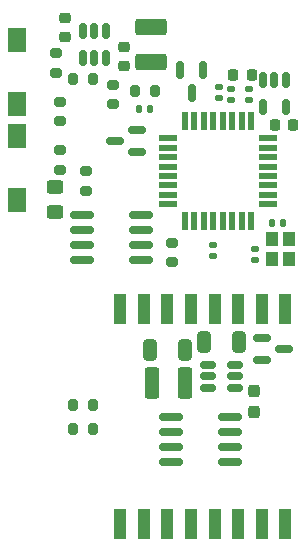
<source format=gtp>
G04 #@! TF.GenerationSoftware,KiCad,Pcbnew,7.0.10-7.0.10~ubuntu20.04.1*
G04 #@! TF.CreationDate,2024-06-08T11:46:56+02:00*
G04 #@! TF.ProjectId,MySMotherboard,4d79534d-6f74-4686-9572-626f6172642e,1.4*
G04 #@! TF.SameCoordinates,Original*
G04 #@! TF.FileFunction,Paste,Top*
G04 #@! TF.FilePolarity,Positive*
%FSLAX46Y46*%
G04 Gerber Fmt 4.6, Leading zero omitted, Abs format (unit mm)*
G04 Created by KiCad (PCBNEW 7.0.10-7.0.10~ubuntu20.04.1) date 2024-06-08 11:46:56*
%MOMM*%
%LPD*%
G01*
G04 APERTURE LIST*
G04 Aperture macros list*
%AMRoundRect*
0 Rectangle with rounded corners*
0 $1 Rounding radius*
0 $2 $3 $4 $5 $6 $7 $8 $9 X,Y pos of 4 corners*
0 Add a 4 corners polygon primitive as box body*
4,1,4,$2,$3,$4,$5,$6,$7,$8,$9,$2,$3,0*
0 Add four circle primitives for the rounded corners*
1,1,$1+$1,$2,$3*
1,1,$1+$1,$4,$5*
1,1,$1+$1,$6,$7*
1,1,$1+$1,$8,$9*
0 Add four rect primitives between the rounded corners*
20,1,$1+$1,$2,$3,$4,$5,0*
20,1,$1+$1,$4,$5,$6,$7,0*
20,1,$1+$1,$6,$7,$8,$9,0*
20,1,$1+$1,$8,$9,$2,$3,0*%
G04 Aperture macros list end*
%ADD10RoundRect,0.140000X0.170000X-0.140000X0.170000X0.140000X-0.170000X0.140000X-0.170000X-0.140000X0*%
%ADD11R,0.550000X1.600000*%
%ADD12R,1.600000X0.550000*%
%ADD13RoundRect,0.150000X0.587500X0.150000X-0.587500X0.150000X-0.587500X-0.150000X0.587500X-0.150000X0*%
%ADD14RoundRect,0.140000X0.140000X0.170000X-0.140000X0.170000X-0.140000X-0.170000X0.140000X-0.170000X0*%
%ADD15RoundRect,0.150000X-0.150000X0.512500X-0.150000X-0.512500X0.150000X-0.512500X0.150000X0.512500X0*%
%ADD16RoundRect,0.200000X0.200000X0.275000X-0.200000X0.275000X-0.200000X-0.275000X0.200000X-0.275000X0*%
%ADD17RoundRect,0.250000X0.325000X0.650000X-0.325000X0.650000X-0.325000X-0.650000X0.325000X-0.650000X0*%
%ADD18RoundRect,0.200000X-0.200000X-0.275000X0.200000X-0.275000X0.200000X0.275000X-0.200000X0.275000X0*%
%ADD19RoundRect,0.250000X0.375000X1.075000X-0.375000X1.075000X-0.375000X-1.075000X0.375000X-1.075000X0*%
%ADD20RoundRect,0.200000X-0.275000X0.200000X-0.275000X-0.200000X0.275000X-0.200000X0.275000X0.200000X0*%
%ADD21RoundRect,0.250001X1.074999X-0.462499X1.074999X0.462499X-1.074999X0.462499X-1.074999X-0.462499X0*%
%ADD22RoundRect,0.250000X-0.450000X0.325000X-0.450000X-0.325000X0.450000X-0.325000X0.450000X0.325000X0*%
%ADD23RoundRect,0.200000X0.275000X-0.200000X0.275000X0.200000X-0.275000X0.200000X-0.275000X-0.200000X0*%
%ADD24RoundRect,0.140000X-0.170000X0.140000X-0.170000X-0.140000X0.170000X-0.140000X0.170000X0.140000X0*%
%ADD25RoundRect,0.225000X-0.225000X-0.250000X0.225000X-0.250000X0.225000X0.250000X-0.225000X0.250000X0*%
%ADD26RoundRect,0.150000X-0.150000X0.587500X-0.150000X-0.587500X0.150000X-0.587500X0.150000X0.587500X0*%
%ADD27RoundRect,0.140000X-0.140000X-0.170000X0.140000X-0.170000X0.140000X0.170000X-0.140000X0.170000X0*%
%ADD28R,1.600000X2.000000*%
%ADD29RoundRect,0.150000X-0.825000X-0.150000X0.825000X-0.150000X0.825000X0.150000X-0.825000X0.150000X0*%
%ADD30RoundRect,0.225000X0.250000X-0.225000X0.250000X0.225000X-0.250000X0.225000X-0.250000X-0.225000X0*%
%ADD31RoundRect,0.150000X0.512500X0.150000X-0.512500X0.150000X-0.512500X-0.150000X0.512500X-0.150000X0*%
%ADD32R,1.000000X2.500000*%
%ADD33RoundRect,0.250000X-0.325000X-0.650000X0.325000X-0.650000X0.325000X0.650000X-0.325000X0.650000X0*%
%ADD34R,1.000000X1.150000*%
%ADD35RoundRect,0.237500X-0.237500X0.300000X-0.237500X-0.300000X0.237500X-0.300000X0.237500X0.300000X0*%
%ADD36RoundRect,0.150000X-0.587500X-0.150000X0.587500X-0.150000X0.587500X0.150000X-0.587500X0.150000X0*%
%ADD37RoundRect,0.225000X0.225000X0.250000X-0.225000X0.250000X-0.225000X-0.250000X0.225000X-0.250000X0*%
%ADD38RoundRect,0.150000X0.825000X0.150000X-0.825000X0.150000X-0.825000X-0.150000X0.825000X-0.150000X0*%
G04 APERTURE END LIST*
D10*
X155575000Y-90276382D03*
X155575000Y-89316382D03*
D11*
X151675000Y-100550000D03*
X152475000Y-100550000D03*
X153275000Y-100550000D03*
X154075000Y-100550000D03*
X154875000Y-100550000D03*
X155675000Y-100550000D03*
X156475000Y-100550000D03*
X157275000Y-100550000D03*
D12*
X158725000Y-99100000D03*
X158725000Y-98300000D03*
X158725000Y-97500000D03*
X158725000Y-96700000D03*
X158725000Y-95900000D03*
X158725000Y-95100000D03*
X158725000Y-94300000D03*
X158725000Y-93500000D03*
D11*
X157275000Y-92050000D03*
X156475000Y-92050000D03*
X155675000Y-92050000D03*
X154875000Y-92050000D03*
X154075000Y-92050000D03*
X153275000Y-92050000D03*
X152475000Y-92050000D03*
X151675000Y-92050000D03*
D12*
X150225000Y-93500000D03*
X150225000Y-94300000D03*
X150225000Y-95100000D03*
X150225000Y-95900000D03*
X150225000Y-96700000D03*
X150225000Y-97500000D03*
X150225000Y-98300000D03*
X150225000Y-99100000D03*
D13*
X147625000Y-94700000D03*
X147625000Y-92800000D03*
X145750000Y-93750000D03*
D14*
X159967740Y-100675000D03*
X159007740Y-100675000D03*
D15*
X144950000Y-84412500D03*
X144000000Y-84412500D03*
X143050000Y-84412500D03*
X143050000Y-86687500D03*
X144000000Y-86687500D03*
X144950000Y-86687500D03*
D10*
X157586378Y-103857244D03*
X157586378Y-102897244D03*
D16*
X143878940Y-116086141D03*
X142228940Y-116086141D03*
D17*
X156250000Y-110775000D03*
X153300000Y-110775000D03*
D18*
X147441440Y-89517860D03*
X149091440Y-89517860D03*
D19*
X151700000Y-114200000D03*
X148900000Y-114200000D03*
D20*
X141089378Y-94525000D03*
X141089378Y-96175000D03*
D21*
X148825000Y-87087500D03*
X148825000Y-84112500D03*
D20*
X150581543Y-102334900D03*
X150581543Y-103984900D03*
D22*
X140700000Y-97675000D03*
X140700000Y-99725000D03*
D10*
X154516737Y-90094460D03*
X154516737Y-89134460D03*
D23*
X143270581Y-97958938D03*
X143270581Y-96308938D03*
D24*
X154012000Y-102517997D03*
X154012000Y-103477997D03*
D15*
X160187500Y-88587500D03*
X159237500Y-88587500D03*
X158287500Y-88587500D03*
X158287500Y-90862500D03*
X160187500Y-90862500D03*
D16*
X143866503Y-118130300D03*
X142216503Y-118130300D03*
D20*
X145584478Y-88959641D03*
X145584478Y-90609641D03*
D25*
X159250000Y-92350000D03*
X160800000Y-92350000D03*
D26*
X153187500Y-87762500D03*
X151287500Y-87762500D03*
X152237500Y-89637500D03*
D27*
X147770000Y-91050000D03*
X148730000Y-91050000D03*
D28*
X137450000Y-98725000D03*
X137450000Y-93325000D03*
D29*
X150525000Y-117120000D03*
X150525000Y-118390000D03*
X150525000Y-119660000D03*
X150525000Y-120930000D03*
X155475000Y-120930000D03*
X155475000Y-119660000D03*
X155475000Y-118390000D03*
X155475000Y-117120000D03*
D30*
X146475000Y-87350000D03*
X146475000Y-85800000D03*
D31*
X155887500Y-114625000D03*
X155887500Y-113675000D03*
X155887500Y-112725000D03*
X153612500Y-112725000D03*
X153612500Y-113675000D03*
X153612500Y-114625000D03*
D32*
X160175000Y-107975000D03*
X158175000Y-107975000D03*
X156175000Y-107975000D03*
X154175000Y-107975000D03*
X152175000Y-107975000D03*
X150175000Y-107975000D03*
X148175000Y-107975000D03*
X146175000Y-107975000D03*
X146175000Y-126175000D03*
X148175000Y-126175000D03*
X150175000Y-126175000D03*
X152175000Y-126175000D03*
X154175000Y-126175000D03*
X156175000Y-126175000D03*
X158175000Y-126175000D03*
X160175000Y-126175000D03*
D33*
X148700000Y-111450000D03*
X151650000Y-111450000D03*
D34*
X159075000Y-102000000D03*
X159075000Y-103750000D03*
X160475000Y-103750000D03*
X160475000Y-102000000D03*
D28*
X137425000Y-85175000D03*
X137425000Y-90575000D03*
D35*
X157550000Y-114937500D03*
X157550000Y-116662500D03*
D23*
X141125000Y-92075000D03*
X141125000Y-90425000D03*
D16*
X143875000Y-88450000D03*
X142225000Y-88450000D03*
D30*
X141475000Y-84900000D03*
X141475000Y-83350000D03*
D36*
X158162500Y-110425000D03*
X158162500Y-112325000D03*
X160037500Y-111375000D03*
D10*
X157050000Y-90280000D03*
X157050000Y-89320000D03*
D20*
X140775000Y-86300000D03*
X140775000Y-87950000D03*
D37*
X157325000Y-88125000D03*
X155775000Y-88125000D03*
D38*
X147925000Y-103810000D03*
X147925000Y-102540000D03*
X147925000Y-101270000D03*
X147925000Y-100000000D03*
X142975000Y-100000000D03*
X142975000Y-101270000D03*
X142975000Y-102540000D03*
X142975000Y-103810000D03*
M02*

</source>
